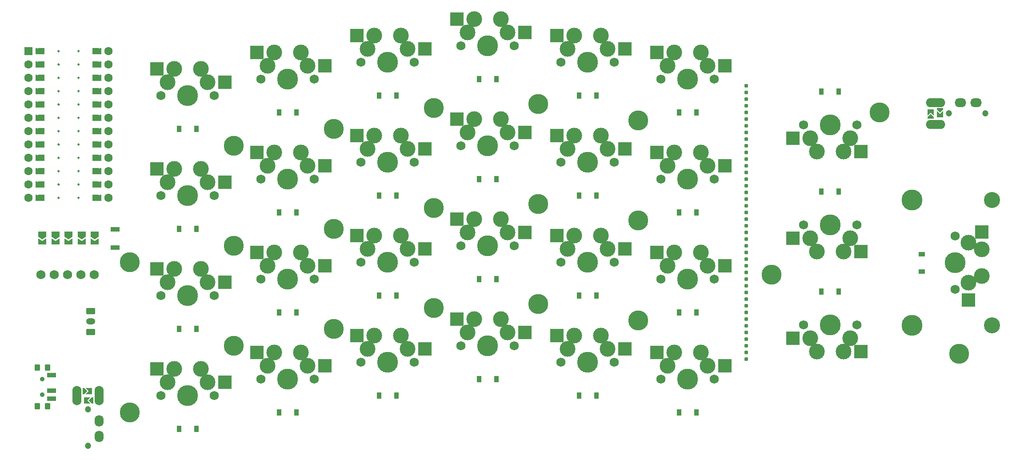
<source format=gbr>
%TF.GenerationSoftware,KiCad,Pcbnew,7.0.7*%
%TF.CreationDate,2023-08-28T12:27:39-04:00*%
%TF.ProjectId,garden,67617264-656e-42e6-9b69-6361645f7063,rev?*%
%TF.SameCoordinates,Original*%
%TF.FileFunction,Soldermask,Top*%
%TF.FilePolarity,Negative*%
%FSLAX46Y46*%
G04 Gerber Fmt 4.6, Leading zero omitted, Abs format (unit mm)*
G04 Created by KiCad (PCBNEW 7.0.7) date 2023-08-28 12:27:39*
%MOMM*%
%LPD*%
G01*
G04 APERTURE LIST*
G04 Aperture macros list*
%AMRoundRect*
0 Rectangle with rounded corners*
0 $1 Rounding radius*
0 $2 $3 $4 $5 $6 $7 $8 $9 X,Y pos of 4 corners*
0 Add a 4 corners polygon primitive as box body*
4,1,4,$2,$3,$4,$5,$6,$7,$8,$9,$2,$3,0*
0 Add four circle primitives for the rounded corners*
1,1,$1+$1,$2,$3*
1,1,$1+$1,$4,$5*
1,1,$1+$1,$6,$7*
1,1,$1+$1,$8,$9*
0 Add four rect primitives between the rounded corners*
20,1,$1+$1,$2,$3,$4,$5,0*
20,1,$1+$1,$4,$5,$6,$7,0*
20,1,$1+$1,$6,$7,$8,$9,0*
20,1,$1+$1,$8,$9,$2,$3,0*%
%AMFreePoly0*
4,1,6,1.000000,0.000000,0.500000,-0.750000,-0.500000,-0.750000,-0.500000,0.750000,0.500000,0.750000,1.000000,0.000000,1.000000,0.000000,$1*%
%AMFreePoly1*
4,1,6,0.500000,-0.750000,-0.650000,-0.750000,-0.150000,0.000000,-0.650000,0.750000,0.500000,0.750000,0.500000,-0.750000,0.500000,-0.750000,$1*%
%AMFreePoly2*
4,1,6,0.600000,0.200000,0.000000,-0.400000,-0.600000,0.200000,-0.600000,0.500000,0.600000,0.500000,0.600000,0.200000,0.600000,0.200000,$1*%
%AMFreePoly3*
4,1,6,0.600000,-0.250000,-0.600000,-0.250000,-0.600000,1.000000,0.000000,0.400000,0.600000,1.000000,0.600000,-0.250000,0.600000,-0.250000,$1*%
%AMFreePoly4*
4,1,6,0.600000,-0.200000,0.600000,-0.400000,-0.600000,-0.400000,-0.600000,-0.200000,0.000000,0.400000,0.600000,-0.200000,0.600000,-0.200000,$1*%
%AMFreePoly5*
4,1,6,0.600000,-1.000000,0.000000,-0.400000,-0.600000,-1.000000,-0.600000,0.250000,0.600000,0.250000,0.600000,-1.000000,0.600000,-1.000000,$1*%
%AMFreePoly6*
4,1,6,0.600000,-0.200000,0.600000,-0.500000,-0.600000,-0.500000,-0.600000,-0.200000,0.000000,0.400000,0.600000,-0.200000,0.600000,-0.200000,$1*%
G04 Aperture macros list end*
%ADD10C,0.250000*%
%ADD11C,0.100000*%
%ADD12C,1.750000*%
%ADD13C,3.000000*%
%ADD14C,3.987800*%
%ADD15R,0.900000X1.200000*%
%ADD16C,2.600000*%
%ADD17C,3.800000*%
%ADD18C,0.787400*%
%ADD19C,3.048000*%
%ADD20R,2.500000X2.550000*%
%ADD21FreePoly0,270.000000*%
%ADD22FreePoly1,270.000000*%
%ADD23R,2.550000X2.500000*%
%ADD24O,3.700000X1.700000*%
%ADD25FreePoly2,0.000000*%
%ADD26C,1.200000*%
%ADD27FreePoly2,180.000000*%
%ADD28FreePoly3,180.000000*%
%ADD29FreePoly3,0.000000*%
%ADD30O,2.200000X1.700000*%
%ADD31R,1.200000X0.900000*%
%ADD32R,1.803400X0.812800*%
%ADD33RoundRect,0.250000X0.625000X-0.350000X0.625000X0.350000X-0.625000X0.350000X-0.625000X-0.350000X0*%
%ADD34RoundRect,0.250000X-0.625000X0.350000X-0.625000X-0.350000X0.625000X-0.350000X0.625000X0.350000X0*%
%ADD35O,1.750000X1.200000*%
%ADD36C,1.600000*%
%ADD37FreePoly4,90.000000*%
%ADD38FreePoly4,270.000000*%
%ADD39R,1.600000X1.600000*%
%ADD40FreePoly5,90.000000*%
%ADD41FreePoly5,270.000000*%
%ADD42C,0.900000*%
%ADD43RoundRect,0.102000X0.750000X-0.350000X0.750000X0.350000X-0.750000X0.350000X-0.750000X-0.350000X0*%
%ADD44RoundRect,0.102000X0.400000X-0.500000X0.400000X0.500000X-0.400000X0.500000X-0.400000X-0.500000X0*%
%ADD45C,1.752600*%
%ADD46O,1.700000X3.700000*%
%ADD47FreePoly6,270.000000*%
%ADD48FreePoly6,90.000000*%
%ADD49O,1.700000X2.200000*%
G04 APERTURE END LIST*
D10*
%TO.C,U1*%
X43559250Y-55821679D02*
G75*
G03*
X43559250Y-55821679I-125000J0D01*
G01*
X39753250Y-55821679D02*
G75*
G03*
X39753250Y-55821679I-125000J0D01*
G01*
X43559250Y-58361679D02*
G75*
G03*
X43559250Y-58361679I-125000J0D01*
G01*
X39753250Y-58361679D02*
G75*
G03*
X39753250Y-58361679I-125000J0D01*
G01*
X43559250Y-60901679D02*
G75*
G03*
X43559250Y-60901679I-125000J0D01*
G01*
X39753250Y-60901679D02*
G75*
G03*
X39753250Y-60901679I-125000J0D01*
G01*
X43559250Y-63441679D02*
G75*
G03*
X43559250Y-63441679I-125000J0D01*
G01*
X39753250Y-63441679D02*
G75*
G03*
X39753250Y-63441679I-125000J0D01*
G01*
X43559250Y-65981679D02*
G75*
G03*
X43559250Y-65981679I-125000J0D01*
G01*
X39753250Y-65981679D02*
G75*
G03*
X39753250Y-65981679I-125000J0D01*
G01*
X43559250Y-68521679D02*
G75*
G03*
X43559250Y-68521679I-125000J0D01*
G01*
X39753250Y-68521679D02*
G75*
G03*
X39753250Y-68521679I-125000J0D01*
G01*
X43559250Y-71061679D02*
G75*
G03*
X43559250Y-71061679I-125000J0D01*
G01*
X39753250Y-71061679D02*
G75*
G03*
X39753250Y-71061679I-125000J0D01*
G01*
X43559250Y-73601679D02*
G75*
G03*
X43559250Y-73601679I-125000J0D01*
G01*
X39753250Y-73601679D02*
G75*
G03*
X39753250Y-73601679I-125000J0D01*
G01*
X43559250Y-76141679D02*
G75*
G03*
X43559250Y-76141679I-125000J0D01*
G01*
X39753250Y-76141679D02*
G75*
G03*
X39753250Y-76141679I-125000J0D01*
G01*
X43559250Y-78681679D02*
G75*
G03*
X43559250Y-78681679I-125000J0D01*
G01*
X39753250Y-78681679D02*
G75*
G03*
X39753250Y-78681679I-125000J0D01*
G01*
X43559250Y-81221679D02*
G75*
G03*
X43559250Y-81221679I-125000J0D01*
G01*
X39753250Y-81221679D02*
G75*
G03*
X39753250Y-81221679I-125000J0D01*
G01*
X43559250Y-83761679D02*
G75*
G03*
X43559250Y-83761679I-125000J0D01*
G01*
X39753250Y-83761679D02*
G75*
G03*
X39753250Y-83761679I-125000J0D01*
G01*
D11*
X47627250Y-56329679D02*
X46611250Y-56329679D01*
X46611250Y-55313679D01*
X47627250Y-55313679D01*
X47627250Y-56329679D01*
G36*
X47627250Y-56329679D02*
G01*
X46611250Y-56329679D01*
X46611250Y-55313679D01*
X47627250Y-55313679D01*
X47627250Y-56329679D01*
G37*
X36451250Y-56329679D02*
X35435250Y-56329679D01*
X35435250Y-55313679D01*
X36451250Y-55313679D01*
X36451250Y-56329679D01*
G36*
X36451250Y-56329679D02*
G01*
X35435250Y-56329679D01*
X35435250Y-55313679D01*
X36451250Y-55313679D01*
X36451250Y-56329679D01*
G37*
X47627250Y-58869679D02*
X46611250Y-58869679D01*
X46611250Y-57853679D01*
X47627250Y-57853679D01*
X47627250Y-58869679D01*
G36*
X47627250Y-58869679D02*
G01*
X46611250Y-58869679D01*
X46611250Y-57853679D01*
X47627250Y-57853679D01*
X47627250Y-58869679D01*
G37*
X36451250Y-58869679D02*
X35435250Y-58869679D01*
X35435250Y-57853679D01*
X36451250Y-57853679D01*
X36451250Y-58869679D01*
G36*
X36451250Y-58869679D02*
G01*
X35435250Y-58869679D01*
X35435250Y-57853679D01*
X36451250Y-57853679D01*
X36451250Y-58869679D01*
G37*
X47627250Y-61409679D02*
X46611250Y-61409679D01*
X46611250Y-60393679D01*
X47627250Y-60393679D01*
X47627250Y-61409679D01*
G36*
X47627250Y-61409679D02*
G01*
X46611250Y-61409679D01*
X46611250Y-60393679D01*
X47627250Y-60393679D01*
X47627250Y-61409679D01*
G37*
X36451250Y-61409679D02*
X35435250Y-61409679D01*
X35435250Y-60393679D01*
X36451250Y-60393679D01*
X36451250Y-61409679D01*
G36*
X36451250Y-61409679D02*
G01*
X35435250Y-61409679D01*
X35435250Y-60393679D01*
X36451250Y-60393679D01*
X36451250Y-61409679D01*
G37*
X47627250Y-63949679D02*
X46611250Y-63949679D01*
X46611250Y-62933679D01*
X47627250Y-62933679D01*
X47627250Y-63949679D01*
G36*
X47627250Y-63949679D02*
G01*
X46611250Y-63949679D01*
X46611250Y-62933679D01*
X47627250Y-62933679D01*
X47627250Y-63949679D01*
G37*
X36451250Y-63949679D02*
X35435250Y-63949679D01*
X35435250Y-62933679D01*
X36451250Y-62933679D01*
X36451250Y-63949679D01*
G36*
X36451250Y-63949679D02*
G01*
X35435250Y-63949679D01*
X35435250Y-62933679D01*
X36451250Y-62933679D01*
X36451250Y-63949679D01*
G37*
X47627250Y-66489679D02*
X46611250Y-66489679D01*
X46611250Y-65473679D01*
X47627250Y-65473679D01*
X47627250Y-66489679D01*
G36*
X47627250Y-66489679D02*
G01*
X46611250Y-66489679D01*
X46611250Y-65473679D01*
X47627250Y-65473679D01*
X47627250Y-66489679D01*
G37*
X36451250Y-66489679D02*
X35435250Y-66489679D01*
X35435250Y-65473679D01*
X36451250Y-65473679D01*
X36451250Y-66489679D01*
G36*
X36451250Y-66489679D02*
G01*
X35435250Y-66489679D01*
X35435250Y-65473679D01*
X36451250Y-65473679D01*
X36451250Y-66489679D01*
G37*
X47627250Y-69029679D02*
X46611250Y-69029679D01*
X46611250Y-68013679D01*
X47627250Y-68013679D01*
X47627250Y-69029679D01*
G36*
X47627250Y-69029679D02*
G01*
X46611250Y-69029679D01*
X46611250Y-68013679D01*
X47627250Y-68013679D01*
X47627250Y-69029679D01*
G37*
X36451250Y-69029679D02*
X35435250Y-69029679D01*
X35435250Y-68013679D01*
X36451250Y-68013679D01*
X36451250Y-69029679D01*
G36*
X36451250Y-69029679D02*
G01*
X35435250Y-69029679D01*
X35435250Y-68013679D01*
X36451250Y-68013679D01*
X36451250Y-69029679D01*
G37*
X47627250Y-71569679D02*
X46611250Y-71569679D01*
X46611250Y-70553679D01*
X47627250Y-70553679D01*
X47627250Y-71569679D01*
G36*
X47627250Y-71569679D02*
G01*
X46611250Y-71569679D01*
X46611250Y-70553679D01*
X47627250Y-70553679D01*
X47627250Y-71569679D01*
G37*
X36451250Y-71569679D02*
X35435250Y-71569679D01*
X35435250Y-70553679D01*
X36451250Y-70553679D01*
X36451250Y-71569679D01*
G36*
X36451250Y-71569679D02*
G01*
X35435250Y-71569679D01*
X35435250Y-70553679D01*
X36451250Y-70553679D01*
X36451250Y-71569679D01*
G37*
X47627250Y-74109679D02*
X46611250Y-74109679D01*
X46611250Y-73093679D01*
X47627250Y-73093679D01*
X47627250Y-74109679D01*
G36*
X47627250Y-74109679D02*
G01*
X46611250Y-74109679D01*
X46611250Y-73093679D01*
X47627250Y-73093679D01*
X47627250Y-74109679D01*
G37*
X36451250Y-74109679D02*
X35435250Y-74109679D01*
X35435250Y-73093679D01*
X36451250Y-73093679D01*
X36451250Y-74109679D01*
G36*
X36451250Y-74109679D02*
G01*
X35435250Y-74109679D01*
X35435250Y-73093679D01*
X36451250Y-73093679D01*
X36451250Y-74109679D01*
G37*
X47627250Y-76649679D02*
X46611250Y-76649679D01*
X46611250Y-75633679D01*
X47627250Y-75633679D01*
X47627250Y-76649679D01*
G36*
X47627250Y-76649679D02*
G01*
X46611250Y-76649679D01*
X46611250Y-75633679D01*
X47627250Y-75633679D01*
X47627250Y-76649679D01*
G37*
X36451250Y-76649679D02*
X35435250Y-76649679D01*
X35435250Y-75633679D01*
X36451250Y-75633679D01*
X36451250Y-76649679D01*
G36*
X36451250Y-76649679D02*
G01*
X35435250Y-76649679D01*
X35435250Y-75633679D01*
X36451250Y-75633679D01*
X36451250Y-76649679D01*
G37*
X47627250Y-79189679D02*
X46611250Y-79189679D01*
X46611250Y-78173679D01*
X47627250Y-78173679D01*
X47627250Y-79189679D01*
G36*
X47627250Y-79189679D02*
G01*
X46611250Y-79189679D01*
X46611250Y-78173679D01*
X47627250Y-78173679D01*
X47627250Y-79189679D01*
G37*
X36451250Y-79189679D02*
X35435250Y-79189679D01*
X35435250Y-78173679D01*
X36451250Y-78173679D01*
X36451250Y-79189679D01*
G36*
X36451250Y-79189679D02*
G01*
X35435250Y-79189679D01*
X35435250Y-78173679D01*
X36451250Y-78173679D01*
X36451250Y-79189679D01*
G37*
X47627250Y-81729679D02*
X46611250Y-81729679D01*
X46611250Y-80713679D01*
X47627250Y-80713679D01*
X47627250Y-81729679D01*
G36*
X47627250Y-81729679D02*
G01*
X46611250Y-81729679D01*
X46611250Y-80713679D01*
X47627250Y-80713679D01*
X47627250Y-81729679D01*
G37*
X36451250Y-81729679D02*
X35435250Y-81729679D01*
X35435250Y-80713679D01*
X36451250Y-80713679D01*
X36451250Y-81729679D01*
G36*
X36451250Y-81729679D02*
G01*
X35435250Y-81729679D01*
X35435250Y-80713679D01*
X36451250Y-80713679D01*
X36451250Y-81729679D01*
G37*
X47627250Y-84269679D02*
X46611250Y-84269679D01*
X46611250Y-83253679D01*
X47627250Y-83253679D01*
X47627250Y-84269679D01*
G36*
X47627250Y-84269679D02*
G01*
X46611250Y-84269679D01*
X46611250Y-83253679D01*
X47627250Y-83253679D01*
X47627250Y-84269679D01*
G37*
X36451250Y-84269679D02*
X35435250Y-84269679D01*
X35435250Y-83253679D01*
X36451250Y-83253679D01*
X36451250Y-84269679D01*
G36*
X36451250Y-84269679D02*
G01*
X35435250Y-84269679D01*
X35435250Y-83253679D01*
X36451250Y-83253679D01*
X36451250Y-84269679D01*
G37*
%TD*%
D12*
%TO.C,MX15*%
X116301250Y-92868750D03*
D13*
X117571250Y-90328750D03*
D14*
X121381250Y-92868750D03*
D13*
X123921250Y-87788750D03*
D12*
X126461250Y-92868750D03*
%TD*%
D15*
%TO.C,D28*%
X188243750Y-63563504D03*
X184943750Y-63563504D03*
%TD*%
D12*
%TO.C,MX7*%
X78201250Y-99218750D03*
D13*
X79471250Y-96678750D03*
D14*
X83281250Y-99218750D03*
D13*
X85821250Y-94138750D03*
D12*
X88361250Y-99218750D03*
%TD*%
D15*
%TO.C,D3*%
X62581250Y-108743750D03*
X65881250Y-108743750D03*
%TD*%
D12*
%TO.C,MX21*%
X154401250Y-61118750D03*
D13*
X155671250Y-58578750D03*
D14*
X159481250Y-61118750D03*
D13*
X162021250Y-56038750D03*
D12*
X164561250Y-61118750D03*
%TD*%
D16*
%TO.C,REF\u002A\u002A*%
X175418750Y-98425000D03*
D17*
X175418750Y-98425000D03*
%TD*%
D18*
%TO.C,REF\u002A\u002A*%
X170656250Y-103028750D03*
X170656250Y-104298750D03*
X170656250Y-105568750D03*
X170656250Y-106838750D03*
X170656250Y-108108750D03*
%TD*%
%TO.C,REF\u002A\u002A*%
X170656250Y-71278750D03*
X170656250Y-72548750D03*
X170656250Y-73818750D03*
X170656250Y-75088750D03*
X170656250Y-76358750D03*
%TD*%
D16*
%TO.C,REF\u002A\u002A*%
X150018750Y-107156250D03*
D17*
X150018750Y-107156250D03*
%TD*%
D16*
%TO.C,REF\u002A\u002A*%
X53181250Y-96043750D03*
D17*
X53181250Y-96043750D03*
%TD*%
D15*
%TO.C,D27*%
X188243750Y-82613504D03*
X184943750Y-82613504D03*
%TD*%
D18*
%TO.C,REF\u002A\u002A*%
X170656250Y-64928750D03*
X170656250Y-66198750D03*
X170656250Y-67468750D03*
X170656250Y-68738750D03*
X170656250Y-70008750D03*
%TD*%
D16*
%TO.C,REF\u002A\u002A*%
X73025000Y-92868750D03*
D17*
X73025000Y-92868750D03*
%TD*%
D15*
%TO.C,D13*%
X119731250Y-61118750D03*
X123031250Y-61118750D03*
%TD*%
D12*
%TO.C,MX4*%
X59151250Y-121443750D03*
D13*
X60421250Y-118903750D03*
D14*
X64231250Y-121443750D03*
D13*
X66771250Y-116363750D03*
D12*
X69311250Y-121443750D03*
%TD*%
D16*
%TO.C,REF\u002A\u002A*%
X130968750Y-103981250D03*
D17*
X130968750Y-103981250D03*
%TD*%
D16*
%TO.C,REF\u002A\u002A*%
X150018750Y-88106250D03*
D17*
X150018750Y-88106250D03*
%TD*%
D15*
%TO.C,D6*%
X81631250Y-86518750D03*
X84931250Y-86518750D03*
%TD*%
D16*
%TO.C,REF\u002A\u002A*%
X92075000Y-108743750D03*
D17*
X92075000Y-108743750D03*
%TD*%
D18*
%TO.C,REF\u002A\u002A*%
X170656250Y-77628750D03*
X170656250Y-78898750D03*
X170656250Y-80168750D03*
X170656250Y-81438750D03*
X170656250Y-82708750D03*
%TD*%
D15*
%TO.C,D17*%
X138781250Y-64293750D03*
X142081250Y-64293750D03*
%TD*%
D16*
%TO.C,REF\u002A\u002A*%
X92075000Y-89693750D03*
D17*
X92075000Y-89693750D03*
%TD*%
D16*
%TO.C,REF\u002A\u002A*%
X111125000Y-104775000D03*
D17*
X111125000Y-104775000D03*
%TD*%
D15*
%TO.C,D14*%
X119731250Y-80168750D03*
X123031250Y-80168750D03*
%TD*%
%TO.C,D24*%
X157831250Y-124618750D03*
X161131250Y-124618750D03*
%TD*%
%TO.C,D7*%
X81631250Y-105568750D03*
X84931250Y-105568750D03*
%TD*%
D12*
%TO.C,MX9*%
X97251250Y-57943750D03*
D13*
X98521250Y-55403750D03*
D14*
X102331250Y-57943750D03*
D13*
X104871250Y-52863750D03*
D12*
X107411250Y-57943750D03*
%TD*%
D15*
%TO.C,D1*%
X62581250Y-70643750D03*
X65881250Y-70643750D03*
%TD*%
D16*
%TO.C,REF\u002A\u002A*%
X73025000Y-111918750D03*
D17*
X73025000Y-111918750D03*
%TD*%
D15*
%TO.C,D19*%
X138781250Y-102393750D03*
X142081250Y-102393750D03*
%TD*%
%TO.C,D20*%
X138781250Y-121443750D03*
X142081250Y-121443750D03*
%TD*%
D12*
%TO.C,MX18*%
X135351250Y-76993750D03*
D13*
X136621250Y-74453750D03*
D14*
X140431250Y-76993750D03*
D13*
X142971250Y-71913750D03*
D12*
X145511250Y-76993750D03*
%TD*%
D19*
%TO.C,MX25*%
X217411729Y-84189729D03*
D14*
X202171729Y-84189729D03*
D12*
X210426729Y-91047729D03*
D13*
X212966729Y-92317729D03*
X215506729Y-93587729D03*
D14*
X210426729Y-96127729D03*
D13*
X215506729Y-98667729D03*
X212966729Y-99937729D03*
D12*
X210426729Y-101207729D03*
D19*
X217411729Y-108065729D03*
D14*
X202171729Y-108065729D03*
D20*
X212966729Y-103212729D03*
X215506729Y-90285729D03*
%TD*%
D15*
%TO.C,D11*%
X100681250Y-102393750D03*
X103981250Y-102393750D03*
%TD*%
D16*
%TO.C,REF\u002A\u002A*%
X196056250Y-67468750D03*
D17*
X196056250Y-67468750D03*
%TD*%
D16*
%TO.C,REF\u002A\u002A*%
X111125000Y-85725000D03*
D17*
X111125000Y-85725000D03*
%TD*%
D12*
%TO.C,MX10*%
X97251250Y-76993750D03*
D13*
X98521250Y-74453750D03*
D14*
X102331250Y-76993750D03*
D13*
X104871250Y-71913750D03*
D12*
X107411250Y-76993750D03*
%TD*%
D15*
%TO.C,D23*%
X157831250Y-105568750D03*
X161131250Y-105568750D03*
%TD*%
%TO.C,D15*%
X119731250Y-99218750D03*
X123031250Y-99218750D03*
%TD*%
%TO.C,D10*%
X100681250Y-83343750D03*
X103981250Y-83343750D03*
%TD*%
%TO.C,D16*%
X119731250Y-118268750D03*
X123031250Y-118268750D03*
%TD*%
D21*
%TO.C,J1*%
X46531250Y-90715500D03*
X44031250Y-90715500D03*
X41531250Y-90715500D03*
X39031250Y-90715500D03*
X36531250Y-90715500D03*
D22*
X46531250Y-92165500D03*
X44031250Y-92165500D03*
X41531250Y-92165500D03*
X39031250Y-92165500D03*
X36531250Y-92165500D03*
%TD*%
D12*
%TO.C,MX3*%
X59151250Y-102393750D03*
D13*
X60421250Y-99853750D03*
D14*
X64231250Y-102393750D03*
D13*
X66771250Y-97313750D03*
D12*
X69311250Y-102393750D03*
%TD*%
D18*
%TO.C,REF\u002A\u002A*%
X170656250Y-90328750D03*
X170656250Y-91598750D03*
X170656250Y-92868750D03*
X170656250Y-94138750D03*
X170656250Y-95408750D03*
%TD*%
D12*
%TO.C,MX26*%
X191673750Y-108013504D03*
X191673750Y-108013504D03*
D13*
X190403750Y-110553504D03*
X189133750Y-113093504D03*
D14*
X186593750Y-108013504D03*
X186593750Y-108013504D03*
D13*
X184053750Y-113093504D03*
X182783750Y-110553504D03*
D12*
X181513750Y-108013504D03*
X181513750Y-108013504D03*
D23*
X179508750Y-110553504D03*
X192435750Y-113093504D03*
%TD*%
D15*
%TO.C,D4*%
X62581250Y-127793750D03*
X65881250Y-127793750D03*
%TD*%
D12*
%TO.C,MX14*%
X116301250Y-73818750D03*
D13*
X117571250Y-71278750D03*
D14*
X121381250Y-73818750D03*
D13*
X123921250Y-68738750D03*
D12*
X126461250Y-73818750D03*
%TD*%
D18*
%TO.C,REF\u002A\u002A*%
X170656250Y-109378750D03*
X170656250Y-110648750D03*
X170656250Y-111918750D03*
X170656250Y-113188750D03*
X170656250Y-114458750D03*
%TD*%
D12*
%TO.C,MX13*%
X116301250Y-54768750D03*
D13*
X117571250Y-52228750D03*
D14*
X121381250Y-54768750D03*
D13*
X123921250Y-49688750D03*
D12*
X126461250Y-54768750D03*
%TD*%
D18*
%TO.C,REF\u002A\u002A*%
X170656250Y-83978750D03*
X170656250Y-85248750D03*
X170656250Y-86518750D03*
X170656250Y-87788750D03*
X170656250Y-89058750D03*
%TD*%
D12*
%TO.C,MX2*%
X59151250Y-83343750D03*
D13*
X60421250Y-80803750D03*
D14*
X64231250Y-83343750D03*
D13*
X66771250Y-78263750D03*
D12*
X69311250Y-83343750D03*
%TD*%
%TO.C,MX20*%
X135351250Y-115093750D03*
D13*
X136621250Y-112553750D03*
D14*
X140431250Y-115093750D03*
D13*
X142971250Y-110013750D03*
D12*
X145511250Y-115093750D03*
%TD*%
%TO.C,MX24*%
X154401250Y-118268750D03*
X154401250Y-118268750D03*
D13*
X155671250Y-115728750D03*
X156941250Y-113188750D03*
D14*
X159481250Y-118268750D03*
X159481250Y-118268750D03*
D13*
X162021250Y-113188750D03*
X163291250Y-115728750D03*
D12*
X164561250Y-118268750D03*
X164561250Y-118268750D03*
D23*
X166566250Y-115728750D03*
X153639250Y-113188750D03*
%TD*%
D15*
%TO.C,D22*%
X157831250Y-86518750D03*
X161131250Y-86518750D03*
%TD*%
D18*
%TO.C,REF\u002A\u002A*%
X170656250Y-62388750D03*
X170656250Y-63658750D03*
%TD*%
D12*
%TO.C,MX6*%
X78201250Y-80168750D03*
D13*
X79471250Y-77628750D03*
D14*
X83281250Y-80168750D03*
D13*
X85821250Y-75088750D03*
D12*
X88361250Y-80168750D03*
%TD*%
D24*
%TO.C,U3*%
X206662125Y-65613021D03*
D25*
X207552125Y-67205021D03*
D26*
X216212125Y-67713021D03*
X216212125Y-67713021D03*
X209212125Y-67713021D03*
X209212125Y-67713021D03*
D27*
X205774125Y-68221021D03*
D24*
X206662125Y-69813021D03*
D28*
X205774125Y-67205021D03*
D29*
X207552125Y-68221021D03*
D30*
X211412125Y-65613021D03*
X214412125Y-65613021D03*
%TD*%
D16*
%TO.C,REF\u002A\u002A*%
X130968750Y-84931250D03*
D17*
X130968750Y-84931250D03*
%TD*%
D16*
%TO.C,REF\u002A\u002A*%
X92075000Y-70643750D03*
D17*
X92075000Y-70643750D03*
%TD*%
D16*
%TO.C,REF\u002A\u002A*%
X130968750Y-65881250D03*
D17*
X130968750Y-65881250D03*
%TD*%
D12*
%TO.C,MX17*%
X135351250Y-57943750D03*
D13*
X136621250Y-55403750D03*
D14*
X140431250Y-57943750D03*
D13*
X142971250Y-52863750D03*
D12*
X145511250Y-57943750D03*
%TD*%
%TO.C,MX19*%
X135351250Y-96043750D03*
D13*
X136621250Y-93503750D03*
D14*
X140431250Y-96043750D03*
D13*
X142971250Y-90963750D03*
D12*
X145511250Y-96043750D03*
%TD*%
D15*
%TO.C,D9*%
X100681250Y-64293750D03*
X103981250Y-64293750D03*
%TD*%
D12*
%TO.C,MX12*%
X97251250Y-115093750D03*
D13*
X98521250Y-112553750D03*
D14*
X102331250Y-115093750D03*
D13*
X104871250Y-110013750D03*
D12*
X107411250Y-115093750D03*
%TD*%
%TO.C,MX5*%
X78201250Y-61118750D03*
D13*
X79471250Y-58578750D03*
D14*
X83281250Y-61118750D03*
D13*
X85821250Y-56038750D03*
D12*
X88361250Y-61118750D03*
%TD*%
D15*
%TO.C,D8*%
X81631250Y-124618750D03*
X84931250Y-124618750D03*
%TD*%
D16*
%TO.C,REF\u002A\u002A*%
X53181250Y-124618750D03*
D17*
X53181250Y-124618750D03*
%TD*%
D16*
%TO.C,REF\u002A\u002A*%
X211137500Y-113506250D03*
D17*
X211137500Y-113506250D03*
%TD*%
D12*
%TO.C,MX27*%
X191673750Y-88963504D03*
X191673750Y-88963504D03*
D13*
X190403750Y-91503504D03*
X189133750Y-94043504D03*
D14*
X186593750Y-88963504D03*
X186593750Y-88963504D03*
D13*
X184053750Y-94043504D03*
X182783750Y-91503504D03*
D12*
X181513750Y-88963504D03*
X181513750Y-88963504D03*
D23*
X179508750Y-91503504D03*
X192435750Y-94043504D03*
%TD*%
D15*
%TO.C,D5*%
X81631250Y-67468750D03*
X84931250Y-67468750D03*
%TD*%
%TO.C,D2*%
X62581250Y-89693750D03*
X65881250Y-89693750D03*
%TD*%
D12*
%TO.C,MX28*%
X191673750Y-69913504D03*
X191673750Y-69913504D03*
D13*
X190403750Y-72453504D03*
X189133750Y-74993504D03*
D14*
X186593750Y-69913504D03*
X186593750Y-69913504D03*
D13*
X184053750Y-74993504D03*
X182783750Y-72453504D03*
D12*
X181513750Y-69913504D03*
X181513750Y-69913504D03*
D23*
X179508750Y-72453504D03*
X192435750Y-74993504D03*
%TD*%
D16*
%TO.C,REF\u002A\u002A*%
X73025000Y-73818750D03*
D17*
X73025000Y-73818750D03*
%TD*%
D12*
%TO.C,MX23*%
X154401250Y-99218750D03*
D13*
X155671250Y-96678750D03*
D14*
X159481250Y-99218750D03*
D13*
X162021250Y-94138750D03*
D12*
X164561250Y-99218750D03*
%TD*%
D16*
%TO.C,REF\u002A\u002A*%
X111125000Y-66675000D03*
D17*
X111125000Y-66675000D03*
%TD*%
D31*
%TO.C,D25*%
X204076729Y-94477729D03*
X204076729Y-97777729D03*
%TD*%
D18*
%TO.C,REF\u002A\u002A*%
X170656250Y-96678750D03*
X170656250Y-97948750D03*
X170656250Y-99218750D03*
X170656250Y-100488750D03*
X170656250Y-101758750D03*
%TD*%
D12*
%TO.C,MX1*%
X59151250Y-64293750D03*
D13*
X60421250Y-61753750D03*
D14*
X64231250Y-64293750D03*
D13*
X66771250Y-59213750D03*
D12*
X69311250Y-64293750D03*
%TD*%
D15*
%TO.C,D21*%
X157831250Y-67468750D03*
X161131250Y-67468750D03*
%TD*%
D12*
%TO.C,MX11*%
X97251250Y-96043750D03*
D13*
X98521250Y-93503750D03*
D14*
X102331250Y-96043750D03*
D13*
X104871250Y-90963750D03*
D12*
X107411250Y-96043750D03*
%TD*%
D16*
%TO.C,REF\u002A\u002A*%
X150018750Y-69056250D03*
D17*
X150018750Y-69056250D03*
%TD*%
D12*
%TO.C,MX22*%
X154401250Y-80168750D03*
D13*
X155671250Y-77628750D03*
D14*
X159481250Y-80168750D03*
D13*
X162021250Y-75088750D03*
D12*
X164561250Y-80168750D03*
%TD*%
D32*
%TO.C,SW0*%
X50377250Y-89807300D03*
X50377250Y-93207304D03*
%TD*%
D12*
%TO.C,MX16*%
X116301250Y-111918750D03*
D13*
X117571250Y-109378750D03*
D14*
X121381250Y-111918750D03*
D13*
X123921250Y-106838750D03*
D12*
X126461250Y-111918750D03*
%TD*%
D15*
%TO.C,D12*%
X100681250Y-121443750D03*
X103981250Y-121443750D03*
%TD*%
%TO.C,D18*%
X138781250Y-83343750D03*
X142081250Y-83343750D03*
%TD*%
D12*
%TO.C,MX8*%
X78201250Y-118268750D03*
D13*
X79471250Y-115728750D03*
D14*
X83281250Y-118268750D03*
D13*
X85821250Y-113188750D03*
D12*
X88361250Y-118268750D03*
%TD*%
%TO.C,MX22*%
X164561250Y-80168750D03*
D13*
X163291250Y-77628750D03*
D14*
X159481250Y-80168750D03*
D13*
X156941250Y-75088750D03*
D12*
X154401250Y-80168750D03*
D23*
X166566250Y-77628750D03*
X153639250Y-75088750D03*
%TD*%
D12*
%TO.C,MX6*%
X88361250Y-80168750D03*
D13*
X87091250Y-77628750D03*
D14*
X83281250Y-80168750D03*
D13*
X80741250Y-75088750D03*
D12*
X78201250Y-80168750D03*
D23*
X90366250Y-77628750D03*
X77439250Y-75088750D03*
%TD*%
D12*
%TO.C,MX7*%
X88361250Y-99218750D03*
D13*
X87091250Y-96678750D03*
D14*
X83281250Y-99218750D03*
D13*
X80741250Y-94138750D03*
D12*
X78201250Y-99218750D03*
D23*
X90366250Y-96678750D03*
X77439250Y-94138750D03*
%TD*%
D12*
%TO.C,MX2*%
X69311250Y-83343750D03*
D13*
X68041250Y-80803750D03*
D14*
X64231250Y-83343750D03*
D13*
X61691250Y-78263750D03*
D12*
X59151250Y-83343750D03*
D23*
X71316250Y-80803750D03*
X58389250Y-78263750D03*
%TD*%
D12*
%TO.C,MX10*%
X107411250Y-76993750D03*
D13*
X106141250Y-74453750D03*
D14*
X102331250Y-76993750D03*
D13*
X99791250Y-71913750D03*
D12*
X97251250Y-76993750D03*
D23*
X109416250Y-74453750D03*
X96489250Y-71913750D03*
%TD*%
D12*
%TO.C,MX1*%
X69311250Y-64293750D03*
D13*
X68041250Y-61753750D03*
D14*
X64231250Y-64293750D03*
D13*
X61691250Y-59213750D03*
D12*
X59151250Y-64293750D03*
D23*
X71316250Y-61753750D03*
X58389250Y-59213750D03*
%TD*%
D12*
%TO.C,MX16*%
X126461250Y-111918750D03*
D13*
X125191250Y-109378750D03*
D14*
X121381250Y-111918750D03*
D13*
X118841250Y-106838750D03*
D12*
X116301250Y-111918750D03*
D23*
X128466250Y-109378750D03*
X115539250Y-106838750D03*
%TD*%
D12*
%TO.C,MX23*%
X164561250Y-99218750D03*
D13*
X163291250Y-96678750D03*
D14*
X159481250Y-99218750D03*
D13*
X156941250Y-94138750D03*
D12*
X154401250Y-99218750D03*
D23*
X166566250Y-96678750D03*
X153639250Y-94138750D03*
%TD*%
D33*
%TO.C,J2*%
X45697000Y-109316750D03*
D34*
X45697000Y-109316750D03*
D33*
X45697000Y-105316750D03*
D34*
X45697000Y-105316750D03*
D35*
X45697000Y-107316750D03*
X45697000Y-107316750D03*
X45697000Y-107316750D03*
X45697000Y-107316750D03*
%TD*%
D12*
%TO.C,MX19*%
X145511250Y-96043750D03*
D13*
X144241250Y-93503750D03*
D14*
X140431250Y-96043750D03*
D13*
X137891250Y-90963750D03*
D12*
X135351250Y-96043750D03*
D23*
X147516250Y-93503750D03*
X134589250Y-90963750D03*
%TD*%
D12*
%TO.C,MX13*%
X126461250Y-54768750D03*
D13*
X125191250Y-52228750D03*
D14*
X121381250Y-54768750D03*
D13*
X118841250Y-49688750D03*
D12*
X116301250Y-54768750D03*
D23*
X128466250Y-52228750D03*
X115539250Y-49688750D03*
%TD*%
D12*
%TO.C,MX11*%
X107411250Y-96043750D03*
D13*
X106141250Y-93503750D03*
D14*
X102331250Y-96043750D03*
D13*
X99791250Y-90963750D03*
D12*
X97251250Y-96043750D03*
D23*
X109416250Y-93503750D03*
X96489250Y-90963750D03*
%TD*%
D36*
%TO.C,U1*%
X49151250Y-55821679D03*
D37*
X47373250Y-55821679D03*
D38*
X35689250Y-55821679D03*
D36*
X33911250Y-55821679D03*
D39*
X33911250Y-55821679D03*
D36*
X49151250Y-58361679D03*
D37*
X47373250Y-58361679D03*
D38*
X35689250Y-58361679D03*
D36*
X33911250Y-58361679D03*
X49151250Y-60901679D03*
D37*
X47373250Y-60901679D03*
D38*
X35689250Y-60901679D03*
D36*
X33911250Y-60901679D03*
X49151250Y-63441679D03*
D37*
X47373250Y-63441679D03*
D38*
X35689250Y-63441679D03*
D36*
X33911250Y-63441679D03*
X49151250Y-65981679D03*
D37*
X47373250Y-65981679D03*
D38*
X35689250Y-65981679D03*
D36*
X33911250Y-65981679D03*
X49151250Y-68521679D03*
D37*
X47373250Y-68521679D03*
D38*
X35689250Y-68521679D03*
D36*
X33911250Y-68521679D03*
X49151250Y-71061679D03*
D37*
X47373250Y-71061679D03*
D38*
X35689250Y-71061679D03*
D36*
X33911250Y-71061679D03*
X49151250Y-73601679D03*
D37*
X47373250Y-73601679D03*
D38*
X35689250Y-73601679D03*
D36*
X33911250Y-73601679D03*
X49151250Y-76141679D03*
D37*
X47373250Y-76141679D03*
D38*
X35689250Y-76141679D03*
D36*
X33911250Y-76141679D03*
X49151250Y-78681679D03*
D37*
X47373250Y-78681679D03*
D38*
X35689250Y-78681679D03*
D36*
X33911250Y-78681679D03*
X49151250Y-81221679D03*
D37*
X47373250Y-81221679D03*
D38*
X35689250Y-81221679D03*
D36*
X33911250Y-81221679D03*
X49151250Y-83761679D03*
D37*
X47373250Y-83761679D03*
D38*
X35689250Y-83761679D03*
D36*
X33911250Y-83761679D03*
D40*
X46357250Y-55821679D03*
X46357250Y-58361679D03*
X46357250Y-60901679D03*
X46357250Y-63441679D03*
X46357250Y-65981679D03*
X46357250Y-68521679D03*
X46357250Y-71061679D03*
X46357250Y-73601679D03*
X46357250Y-76141679D03*
X46357250Y-78681679D03*
X46357250Y-81221679D03*
X46357250Y-83761679D03*
D41*
X36705250Y-83761679D03*
X36705250Y-81221679D03*
X36705250Y-78681679D03*
X36705250Y-76141679D03*
X36705250Y-73601679D03*
X36705250Y-71061679D03*
X36705250Y-68521679D03*
X36705250Y-65981679D03*
X36705250Y-63441679D03*
X36705250Y-60901679D03*
X36705250Y-58361679D03*
X36705250Y-55821679D03*
%TD*%
D42*
%TO.C,SW1*%
X36521000Y-121297929D03*
X36521000Y-121297929D03*
X36521000Y-118297929D03*
X36521000Y-118297929D03*
D43*
X38271000Y-117547929D03*
X38271000Y-120547929D03*
X38271000Y-122047929D03*
D44*
X37486000Y-116147929D03*
X35556000Y-116147929D03*
X35556000Y-123447929D03*
X37486000Y-123447929D03*
%TD*%
D12*
%TO.C,MX3*%
X69311250Y-102393750D03*
D13*
X68041250Y-99853750D03*
D14*
X64231250Y-102393750D03*
D13*
X61691250Y-97313750D03*
D12*
X59151250Y-102393750D03*
D23*
X71316250Y-99853750D03*
X58389250Y-97313750D03*
%TD*%
D12*
%TO.C,MX5*%
X88361250Y-61118750D03*
D13*
X87091250Y-58578750D03*
D14*
X83281250Y-61118750D03*
D13*
X80741250Y-56038750D03*
D12*
X78201250Y-61118750D03*
D23*
X90366250Y-58578750D03*
X77439250Y-56038750D03*
%TD*%
D45*
%TO.C,Display1*%
X36291250Y-98425000D03*
X38831250Y-98425000D03*
X41371250Y-98425000D03*
X43911250Y-98425000D03*
X46451250Y-98425000D03*
%TD*%
D12*
%TO.C,MX14*%
X126461250Y-73818750D03*
D13*
X125191250Y-71278750D03*
D14*
X121381250Y-73818750D03*
D13*
X118841250Y-68738750D03*
D12*
X116301250Y-73818750D03*
D23*
X128466250Y-71278750D03*
X115539250Y-68738750D03*
%TD*%
D12*
%TO.C,MX18*%
X145511250Y-76993750D03*
D13*
X144241250Y-74453750D03*
D14*
X140431250Y-76993750D03*
D13*
X137891250Y-71913750D03*
D12*
X135351250Y-76993750D03*
D23*
X147516250Y-74453750D03*
X134589250Y-71913750D03*
%TD*%
D12*
%TO.C,MX12*%
X107411250Y-115093750D03*
D13*
X106141250Y-112553750D03*
D14*
X102331250Y-115093750D03*
D13*
X99791250Y-110013750D03*
D12*
X97251250Y-115093750D03*
D23*
X109416250Y-112553750D03*
X96489250Y-110013750D03*
%TD*%
D12*
%TO.C,MX4*%
X69311250Y-121443750D03*
D13*
X68041250Y-118903750D03*
D14*
X64231250Y-121443750D03*
D13*
X61691250Y-116363750D03*
D12*
X59151250Y-121443750D03*
D23*
X71316250Y-118903750D03*
X58389250Y-116363750D03*
%TD*%
D12*
%TO.C,MX8*%
X88361250Y-118268750D03*
D13*
X87091250Y-115728750D03*
D14*
X83281250Y-118268750D03*
D13*
X80741250Y-113188750D03*
D12*
X78201250Y-118268750D03*
D23*
X90366250Y-115728750D03*
X77439250Y-113188750D03*
%TD*%
D46*
%TO.C,U2*%
X43143750Y-121481250D03*
D47*
X44735750Y-120593250D03*
D26*
X45243750Y-124031250D03*
X45243750Y-124031250D03*
X45243750Y-131031250D03*
X45243750Y-131031250D03*
D48*
X45751750Y-122371250D03*
D46*
X47343750Y-121481250D03*
D41*
X45751750Y-120593250D03*
D40*
X44735750Y-122371250D03*
D49*
X47343750Y-126231250D03*
X47343750Y-129231250D03*
%TD*%
D12*
%TO.C,MX20*%
X145511250Y-115093750D03*
D13*
X144241250Y-112553750D03*
D14*
X140431250Y-115093750D03*
D13*
X137891250Y-110013750D03*
D12*
X135351250Y-115093750D03*
D23*
X147516250Y-112553750D03*
X134589250Y-110013750D03*
%TD*%
D12*
%TO.C,MX9*%
X107411250Y-57943750D03*
D13*
X106141250Y-55403750D03*
D14*
X102331250Y-57943750D03*
D13*
X99791250Y-52863750D03*
D12*
X97251250Y-57943750D03*
D23*
X109416250Y-55403750D03*
X96489250Y-52863750D03*
%TD*%
D12*
%TO.C,MX21*%
X164561250Y-61118750D03*
D13*
X163291250Y-58578750D03*
D14*
X159481250Y-61118750D03*
D13*
X156941250Y-56038750D03*
D12*
X154401250Y-61118750D03*
D23*
X166566250Y-58578750D03*
X153639250Y-56038750D03*
%TD*%
D15*
%TO.C,D26*%
X188243750Y-101663504D03*
X184943750Y-101663504D03*
%TD*%
D12*
%TO.C,MX17*%
X145511250Y-57943750D03*
D13*
X144241250Y-55403750D03*
D14*
X140431250Y-57943750D03*
D13*
X137891250Y-52863750D03*
D12*
X135351250Y-57943750D03*
D23*
X147516250Y-55403750D03*
X134589250Y-52863750D03*
%TD*%
D12*
%TO.C,MX15*%
X126461250Y-92868750D03*
D13*
X125191250Y-90328750D03*
D14*
X121381250Y-92868750D03*
D13*
X118841250Y-87788750D03*
D12*
X116301250Y-92868750D03*
D23*
X128466250Y-90328750D03*
X115539250Y-87788750D03*
%TD*%
M02*

</source>
